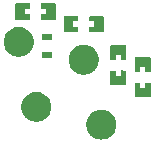
<source format=gbp>
G04 Layer: BottomPasteMaskLayer*
G04 EasyEDA v6.5.15, 2022-09-30 22:51:47*
G04 6c6a3108920e44c1b57cf9d56c6d46f1,9a5be75d700b4a6385dc1106f27949ae,10*
G04 Gerber Generator version 0.2*
G04 Scale: 100 percent, Rotated: No, Reflected: No *
G04 Dimensions in millimeters *
G04 leading zeros omitted , absolute positions ,4 integer and 5 decimal *
%FSLAX45Y45*%
%MOMM*%

%ADD10C,0.0001*%

%LPD*%
G36*
X1899970Y317195D02*
G01*
X1894992Y312115D01*
X1894992Y269189D01*
X1899970Y264210D01*
X1979980Y264210D01*
X1985010Y269189D01*
X1985010Y312115D01*
X1979980Y317195D01*
G37*
G36*
X1900021Y465226D02*
G01*
X1894992Y460146D01*
X1894992Y417220D01*
X1900021Y412242D01*
X1979980Y412242D01*
X1985010Y417220D01*
X1985010Y460146D01*
X1979980Y465226D01*
G37*
G36*
X2300020Y618998D02*
G01*
X2294991Y614019D01*
X2294483Y572973D01*
X2339492Y572973D01*
X2339492Y528015D01*
X2295499Y528015D01*
X2294991Y486003D01*
X2300020Y480974D01*
X2414981Y480974D01*
X2420010Y486003D01*
X2420010Y614019D01*
X2414981Y618998D01*
G37*
G36*
X2084984Y618998D02*
G01*
X2080006Y614019D01*
X2080006Y486003D01*
X2084984Y480974D01*
X2199995Y480974D01*
X2205024Y486003D01*
X2205024Y528015D01*
X2160524Y528015D01*
X2160524Y572973D01*
X2204516Y572973D01*
X2205024Y614019D01*
X2199995Y618998D01*
G37*
G36*
X2772968Y55524D02*
G01*
X2772968Y10515D01*
X2728010Y10515D01*
X2728010Y54508D01*
X2685999Y55016D01*
X2681020Y49987D01*
X2681020Y-65024D01*
X2685999Y-70002D01*
X2814015Y-70002D01*
X2818993Y-65024D01*
X2818993Y49987D01*
X2814015Y55016D01*
G37*
G36*
X2685999Y270002D02*
G01*
X2681020Y264972D01*
X2681020Y150012D01*
X2685999Y144983D01*
X2728010Y144983D01*
X2728010Y189484D01*
X2772968Y189484D01*
X2772968Y145491D01*
X2814015Y144983D01*
X2818993Y150012D01*
X2818993Y264972D01*
X2814015Y270002D01*
G37*
G36*
X1677517Y726998D02*
G01*
X1672488Y722020D01*
X1672488Y594004D01*
X1677517Y588975D01*
X1792478Y588975D01*
X1797507Y594004D01*
X1798015Y635000D01*
X1753006Y635000D01*
X1753006Y680008D01*
X1796999Y680008D01*
X1797507Y722020D01*
X1792478Y726998D01*
G37*
G36*
X1892503Y726998D02*
G01*
X1887474Y722020D01*
X1887474Y680008D01*
X1931974Y680008D01*
X1931974Y635000D01*
X1887982Y635000D01*
X1887474Y594004D01*
X1892503Y588975D01*
X2007514Y588975D01*
X2012492Y594004D01*
X2012492Y722020D01*
X2007514Y726998D01*
G37*
G36*
X2564993Y157988D02*
G01*
X2564993Y112979D01*
X2519984Y112979D01*
X2519984Y157022D01*
X2478024Y157480D01*
X2472994Y152501D01*
X2472994Y37490D01*
X2478024Y32512D01*
X2605989Y32512D01*
X2611018Y37490D01*
X2611018Y152501D01*
X2605989Y157480D01*
G37*
G36*
X2478024Y372516D02*
G01*
X2472994Y367487D01*
X2472994Y252475D01*
X2478024Y247497D01*
X2519984Y247497D01*
X2519984Y291998D01*
X2564993Y291998D01*
X2564993Y248005D01*
X2605989Y247497D01*
X2611018Y252475D01*
X2611018Y367487D01*
X2605989Y372516D01*
G37*
G36*
X1976881Y-150113D02*
G01*
X1975967Y-134797D01*
X1973198Y-119710D01*
X1968627Y-105079D01*
X1962327Y-91084D01*
X1954403Y-77978D01*
X1944954Y-65887D01*
X1934108Y-55041D01*
X1922018Y-45593D01*
X1908911Y-37668D01*
X1894916Y-31369D01*
X1880285Y-26796D01*
X1865198Y-24028D01*
X1849881Y-23113D01*
X1834565Y-24028D01*
X1819478Y-26796D01*
X1804847Y-31369D01*
X1790852Y-37668D01*
X1777745Y-45593D01*
X1765655Y-55041D01*
X1754809Y-65887D01*
X1745361Y-77978D01*
X1737436Y-91084D01*
X1731137Y-105079D01*
X1726564Y-119710D01*
X1723796Y-134797D01*
X1722881Y-150113D01*
X1723796Y-165430D01*
X1726564Y-180517D01*
X1731137Y-195148D01*
X1737436Y-209143D01*
X1745361Y-222250D01*
X1754809Y-234340D01*
X1765655Y-245186D01*
X1777745Y-254635D01*
X1790852Y-262559D01*
X1804847Y-268859D01*
X1819478Y-273430D01*
X1834565Y-276199D01*
X1849881Y-277113D01*
X1865198Y-276199D01*
X1880285Y-273430D01*
X1894916Y-268859D01*
X1908911Y-262559D01*
X1922018Y-254635D01*
X1934108Y-245186D01*
X1944954Y-234340D01*
X1954403Y-222250D01*
X1962327Y-209143D01*
X1968627Y-195148D01*
X1973198Y-180517D01*
X1975967Y-165430D01*
G37*
G36*
X2376931Y249936D02*
G01*
X2376017Y265252D01*
X2373248Y280339D01*
X2368677Y294970D01*
X2362377Y308965D01*
X2354453Y322071D01*
X2345004Y334162D01*
X2334158Y345008D01*
X2322068Y354456D01*
X2308961Y362381D01*
X2294966Y368680D01*
X2280335Y373253D01*
X2265248Y376021D01*
X2249931Y376936D01*
X2234615Y376021D01*
X2219528Y373253D01*
X2204897Y368680D01*
X2190902Y362381D01*
X2177795Y354456D01*
X2165705Y345008D01*
X2154859Y334162D01*
X2145411Y322071D01*
X2137486Y308965D01*
X2131187Y294970D01*
X2126614Y280339D01*
X2123846Y265252D01*
X2122931Y249936D01*
X2123846Y234619D01*
X2126614Y219532D01*
X2131187Y204901D01*
X2137486Y190906D01*
X2145411Y177800D01*
X2154859Y165709D01*
X2165705Y154863D01*
X2177795Y145414D01*
X2190902Y137490D01*
X2204897Y131190D01*
X2219528Y126619D01*
X2234615Y123850D01*
X2249931Y122936D01*
X2265248Y123850D01*
X2280335Y126619D01*
X2294966Y131190D01*
X2308961Y137490D01*
X2322068Y145414D01*
X2334158Y154863D01*
X2345004Y165709D01*
X2354453Y177800D01*
X2362377Y190906D01*
X2368677Y204901D01*
X2373248Y219532D01*
X2376017Y234619D01*
G37*
G36*
X1827021Y400050D02*
G01*
X1826107Y415366D01*
X1823338Y430453D01*
X1818767Y445084D01*
X1812467Y459079D01*
X1804543Y472186D01*
X1795094Y484276D01*
X1784248Y495122D01*
X1772157Y504570D01*
X1759051Y512495D01*
X1745056Y518795D01*
X1730425Y523367D01*
X1715338Y526135D01*
X1700021Y527050D01*
X1684705Y526135D01*
X1669618Y523367D01*
X1654987Y518795D01*
X1640992Y512495D01*
X1627886Y504570D01*
X1615795Y495122D01*
X1604949Y484276D01*
X1595501Y472186D01*
X1587576Y459079D01*
X1581277Y445084D01*
X1576704Y430453D01*
X1573936Y415366D01*
X1573021Y400050D01*
X1573936Y384733D01*
X1576704Y369646D01*
X1581277Y355015D01*
X1587576Y341020D01*
X1595501Y327913D01*
X1604949Y315823D01*
X1615795Y304977D01*
X1627886Y295529D01*
X1640992Y287604D01*
X1654987Y281304D01*
X1669618Y276732D01*
X1684705Y273964D01*
X1700021Y273050D01*
X1715338Y273964D01*
X1730425Y276732D01*
X1745056Y281304D01*
X1759051Y287604D01*
X1772157Y295529D01*
X1784248Y304977D01*
X1795094Y315823D01*
X1804543Y327913D01*
X1812467Y341020D01*
X1818767Y355015D01*
X1823338Y369646D01*
X1826107Y384733D01*
G37*
G36*
X2273045Y-299973D02*
G01*
X2273960Y-315290D01*
X2276729Y-330377D01*
X2281301Y-345008D01*
X2287600Y-359003D01*
X2295525Y-372110D01*
X2304973Y-384200D01*
X2315819Y-395046D01*
X2327910Y-404495D01*
X2341016Y-412419D01*
X2355011Y-418719D01*
X2369642Y-423290D01*
X2384729Y-426059D01*
X2400045Y-426973D01*
X2415362Y-426059D01*
X2430449Y-423290D01*
X2445080Y-418719D01*
X2459075Y-412419D01*
X2472181Y-404495D01*
X2484272Y-395046D01*
X2495118Y-384200D01*
X2504566Y-372110D01*
X2512491Y-359003D01*
X2518790Y-345008D01*
X2523363Y-330377D01*
X2526131Y-315290D01*
X2527045Y-299973D01*
X2526131Y-284657D01*
X2523363Y-269570D01*
X2518790Y-254939D01*
X2512491Y-240944D01*
X2504566Y-227837D01*
X2495118Y-215747D01*
X2484272Y-204901D01*
X2472181Y-195453D01*
X2459075Y-187528D01*
X2445080Y-181229D01*
X2430449Y-176656D01*
X2415362Y-173888D01*
X2400045Y-172973D01*
X2384729Y-173888D01*
X2369642Y-176656D01*
X2355011Y-181229D01*
X2341016Y-187528D01*
X2327910Y-195453D01*
X2315819Y-204901D01*
X2304973Y-215747D01*
X2295525Y-227837D01*
X2287600Y-240944D01*
X2281301Y-254939D01*
X2276729Y-269570D01*
X2273960Y-284657D01*
G37*
M02*

</source>
